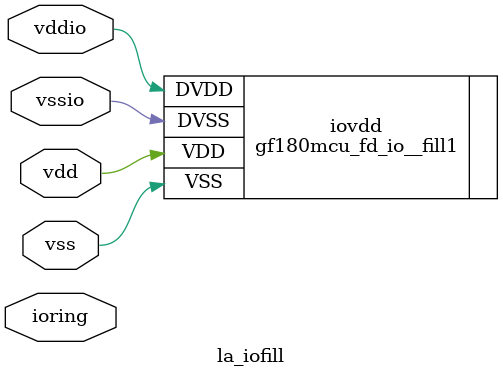
<source format=v>
module la_iofill
  #(parameter TYPE = "DEFAULT" // cell type
    )
   (
    inout 	vdd, // core supply
    inout 	vss, // core ground
    inout 	vddio, // io supply
    inout 	vssio, // io ground
    inout [7:0] ioring // generic io-ring interface
    );

   // TODO: Use type to select fill size
   gf180mcu_fd_io__fill1
     iovdd (.DVDD(vddio),
	    .DVSS(vssio),
	    .VDD(vdd),
	    .VSS(vss));

endmodule

</source>
